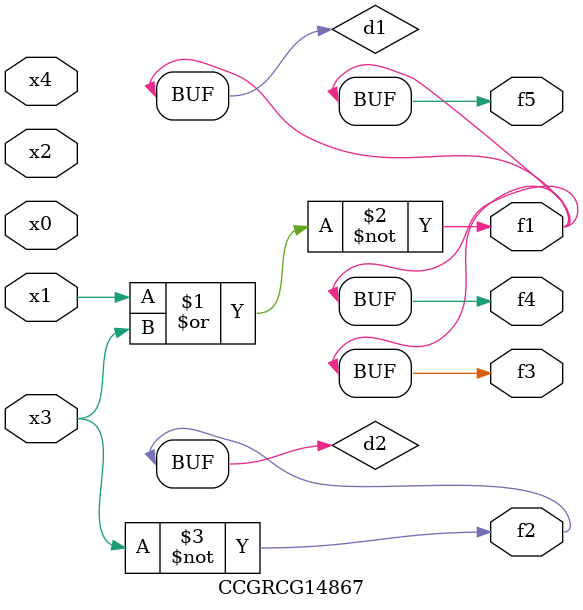
<source format=v>
module CCGRCG14867(
	input x0, x1, x2, x3, x4,
	output f1, f2, f3, f4, f5
);

	wire d1, d2;

	nor (d1, x1, x3);
	not (d2, x3);
	assign f1 = d1;
	assign f2 = d2;
	assign f3 = d1;
	assign f4 = d1;
	assign f5 = d1;
endmodule

</source>
